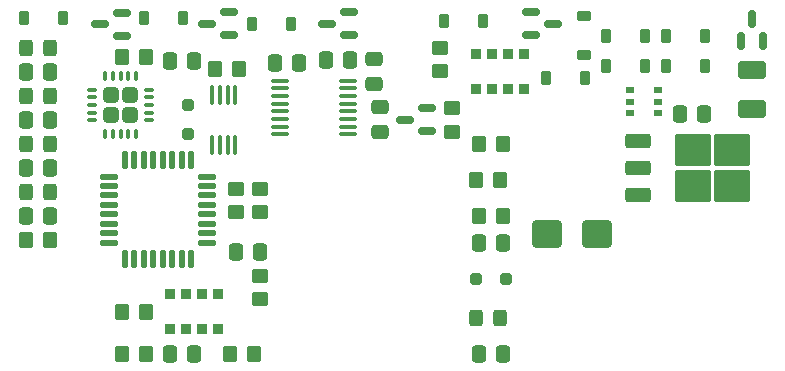
<source format=gbr>
%TF.GenerationSoftware,KiCad,Pcbnew,7.0.11+dfsg-1build4*%
%TF.CreationDate,2025-07-11T21:35:19+02:00*%
%TF.ProjectId,ParaPRZEKAZNIK,50617261-5052-45a4-954b-415a4e494b2e,rev?*%
%TF.SameCoordinates,Original*%
%TF.FileFunction,Paste,Top*%
%TF.FilePolarity,Positive*%
%FSLAX46Y46*%
G04 Gerber Fmt 4.6, Leading zero omitted, Abs format (unit mm)*
G04 Created by KiCad (PCBNEW 7.0.11+dfsg-1build4) date 2025-07-11 21:35:19*
%MOMM*%
%LPD*%
G01*
G04 APERTURE LIST*
G04 Aperture macros list*
%AMRoundRect*
0 Rectangle with rounded corners*
0 $1 Rounding radius*
0 $2 $3 $4 $5 $6 $7 $8 $9 X,Y pos of 4 corners*
0 Add a 4 corners polygon primitive as box body*
4,1,4,$2,$3,$4,$5,$6,$7,$8,$9,$2,$3,0*
0 Add four circle primitives for the rounded corners*
1,1,$1+$1,$2,$3*
1,1,$1+$1,$4,$5*
1,1,$1+$1,$6,$7*
1,1,$1+$1,$8,$9*
0 Add four rect primitives between the rounded corners*
20,1,$1+$1,$2,$3,$4,$5,0*
20,1,$1+$1,$4,$5,$6,$7,0*
20,1,$1+$1,$6,$7,$8,$9,0*
20,1,$1+$1,$8,$9,$2,$3,0*%
G04 Aperture macros list end*
%ADD10RoundRect,0.250000X0.337500X0.475000X-0.337500X0.475000X-0.337500X-0.475000X0.337500X-0.475000X0*%
%ADD11RoundRect,0.225000X-0.225000X-0.375000X0.225000X-0.375000X0.225000X0.375000X-0.225000X0.375000X0*%
%ADD12RoundRect,0.250000X-0.250000X-0.250000X0.250000X-0.250000X0.250000X0.250000X-0.250000X0.250000X0*%
%ADD13RoundRect,0.250000X-0.350000X-0.450000X0.350000X-0.450000X0.350000X0.450000X-0.350000X0.450000X0*%
%ADD14RoundRect,0.250000X-0.325000X-0.450000X0.325000X-0.450000X0.325000X0.450000X-0.325000X0.450000X0*%
%ADD15RoundRect,0.250000X-0.337500X-0.475000X0.337500X-0.475000X0.337500X0.475000X-0.337500X0.475000X0*%
%ADD16RoundRect,0.150000X0.587500X0.150000X-0.587500X0.150000X-0.587500X-0.150000X0.587500X-0.150000X0*%
%ADD17R,0.900000X0.900000*%
%ADD18RoundRect,0.100000X0.100000X-0.712500X0.100000X0.712500X-0.100000X0.712500X-0.100000X-0.712500X0*%
%ADD19RoundRect,0.250000X0.350000X0.450000X-0.350000X0.450000X-0.350000X-0.450000X0.350000X-0.450000X0*%
%ADD20RoundRect,0.250000X0.475000X-0.337500X0.475000X0.337500X-0.475000X0.337500X-0.475000X-0.337500X0*%
%ADD21RoundRect,0.250000X0.450000X-0.350000X0.450000X0.350000X-0.450000X0.350000X-0.450000X-0.350000X0*%
%ADD22RoundRect,0.250000X-0.850000X-0.350000X0.850000X-0.350000X0.850000X0.350000X-0.850000X0.350000X0*%
%ADD23RoundRect,0.250000X-1.275000X-1.125000X1.275000X-1.125000X1.275000X1.125000X-1.275000X1.125000X0*%
%ADD24RoundRect,0.250000X-0.450000X0.350000X-0.450000X-0.350000X0.450000X-0.350000X0.450000X0.350000X0*%
%ADD25RoundRect,0.100000X0.637500X0.100000X-0.637500X0.100000X-0.637500X-0.100000X0.637500X-0.100000X0*%
%ADD26RoundRect,0.150000X0.150000X-0.587500X0.150000X0.587500X-0.150000X0.587500X-0.150000X-0.587500X0*%
%ADD27RoundRect,0.225000X0.225000X0.375000X-0.225000X0.375000X-0.225000X-0.375000X0.225000X-0.375000X0*%
%ADD28RoundRect,0.225000X0.375000X-0.225000X0.375000X0.225000X-0.375000X0.225000X-0.375000X-0.225000X0*%
%ADD29R,0.700000X0.510000*%
%ADD30RoundRect,0.150000X-0.587500X-0.150000X0.587500X-0.150000X0.587500X0.150000X-0.587500X0.150000X0*%
%ADD31RoundRect,0.250000X-0.405000X0.405000X-0.405000X-0.405000X0.405000X-0.405000X0.405000X0.405000X0*%
%ADD32RoundRect,0.075000X-0.075000X0.337500X-0.075000X-0.337500X0.075000X-0.337500X0.075000X0.337500X0*%
%ADD33RoundRect,0.075000X-0.337500X0.075000X-0.337500X-0.075000X0.337500X-0.075000X0.337500X0.075000X0*%
%ADD34RoundRect,0.250001X0.924999X-0.499999X0.924999X0.499999X-0.924999X0.499999X-0.924999X-0.499999X0*%
%ADD35RoundRect,0.125000X0.625000X0.125000X-0.625000X0.125000X-0.625000X-0.125000X0.625000X-0.125000X0*%
%ADD36RoundRect,0.125000X0.125000X0.625000X-0.125000X0.625000X-0.125000X-0.625000X0.125000X-0.625000X0*%
%ADD37RoundRect,0.250000X0.250000X-0.250000X0.250000X0.250000X-0.250000X0.250000X-0.250000X-0.250000X0*%
%ADD38RoundRect,0.250000X-1.000000X-0.900000X1.000000X-0.900000X1.000000X0.900000X-1.000000X0.900000X0*%
G04 APERTURE END LIST*
D10*
%TO.C,C16*%
X64283500Y-54102000D03*
X62208500Y-54102000D03*
%TD*%
D11*
%TO.C,D11*%
X51182000Y-50292000D03*
X54482000Y-50292000D03*
%TD*%
%TO.C,D10*%
X41022000Y-50292000D03*
X44322000Y-50292000D03*
%TD*%
D12*
%TO.C,D3*%
X79268000Y-72390000D03*
X81768000Y-72390000D03*
%TD*%
D13*
%TO.C,R2*%
X57166000Y-54610000D03*
X59166000Y-54610000D03*
%TD*%
D14*
%TO.C,L5*%
X79239000Y-75692000D03*
X81289000Y-75692000D03*
%TD*%
D15*
%TO.C,C11*%
X79480500Y-69342000D03*
X81555500Y-69342000D03*
%TD*%
D14*
%TO.C,L4*%
X41139000Y-65024000D03*
X43189000Y-65024000D03*
%TD*%
D16*
%TO.C,Q2*%
X49276000Y-51816000D03*
X49276000Y-49916000D03*
X47401000Y-50866000D03*
%TD*%
D17*
%TO.C,RN2*%
X79280000Y-56364000D03*
X80620000Y-56364000D03*
X81940000Y-56364000D03*
X83280000Y-56364000D03*
X83280000Y-53364000D03*
X81940000Y-53364000D03*
X80620000Y-53364000D03*
X79280000Y-53364000D03*
%TD*%
D18*
%TO.C,U2*%
X56937000Y-61040500D03*
X57587000Y-61040500D03*
X58237000Y-61040500D03*
X58887000Y-61040500D03*
X58887000Y-56815500D03*
X58237000Y-56815500D03*
X57587000Y-56815500D03*
X56937000Y-56815500D03*
%TD*%
D19*
%TO.C,R3*%
X60436000Y-78740000D03*
X58436000Y-78740000D03*
%TD*%
D17*
%TO.C,RN1*%
X57372000Y-73684000D03*
X56032000Y-73684000D03*
X54712000Y-73684000D03*
X53372000Y-73684000D03*
X53372000Y-76684000D03*
X54712000Y-76684000D03*
X56032000Y-76684000D03*
X57372000Y-76684000D03*
%TD*%
D19*
%TO.C,R8*%
X81264000Y-64008000D03*
X79264000Y-64008000D03*
%TD*%
D20*
%TO.C,C12*%
X71120000Y-59965500D03*
X71120000Y-57890500D03*
%TD*%
D21*
%TO.C,R12*%
X60960000Y-74152000D03*
X60960000Y-72152000D03*
%TD*%
D11*
%TO.C,D12*%
X60326000Y-50800000D03*
X63626000Y-50800000D03*
%TD*%
D19*
%TO.C,R9*%
X81518000Y-60960000D03*
X79518000Y-60960000D03*
%TD*%
D22*
%TO.C,U5*%
X92964000Y-60712000D03*
X92964000Y-62992000D03*
D23*
X97589000Y-61467000D03*
X97589000Y-64517000D03*
X100939000Y-61467000D03*
X100939000Y-64517000D03*
D22*
X92964000Y-65272000D03*
%TD*%
D24*
%TO.C,R5*%
X58928000Y-64786000D03*
X58928000Y-66786000D03*
%TD*%
D25*
%TO.C,U3*%
X68394500Y-60187000D03*
X68394500Y-59537000D03*
X68394500Y-58887000D03*
X68394500Y-58237000D03*
X68394500Y-57587000D03*
X68394500Y-56937000D03*
X68394500Y-56287000D03*
X68394500Y-55637000D03*
X62669500Y-55637000D03*
X62669500Y-56287000D03*
X62669500Y-56937000D03*
X62669500Y-57587000D03*
X62669500Y-58237000D03*
X62669500Y-58887000D03*
X62669500Y-59537000D03*
X62669500Y-60187000D03*
%TD*%
D26*
%TO.C,Q6*%
X101666000Y-52245500D03*
X103566000Y-52245500D03*
X102616000Y-50370500D03*
%TD*%
D11*
%TO.C,D6*%
X90298000Y-54356000D03*
X93598000Y-54356000D03*
%TD*%
D24*
%TO.C,R13*%
X76200000Y-52848000D03*
X76200000Y-54848000D03*
%TD*%
D15*
%TO.C,C17*%
X96498500Y-58420000D03*
X98573500Y-58420000D03*
%TD*%
D27*
%TO.C,D5*%
X98678000Y-54356000D03*
X95378000Y-54356000D03*
%TD*%
D28*
%TO.C,D14*%
X88392000Y-53466000D03*
X88392000Y-50166000D03*
%TD*%
D11*
%TO.C,D13*%
X76582000Y-50546000D03*
X79882000Y-50546000D03*
%TD*%
D15*
%TO.C,C1*%
X41126500Y-54864000D03*
X43201500Y-54864000D03*
%TD*%
D13*
%TO.C,R10*%
X49292000Y-75184000D03*
X51292000Y-75184000D03*
%TD*%
D11*
%TO.C,D9*%
X85218000Y-55372000D03*
X88518000Y-55372000D03*
%TD*%
D29*
%TO.C,U6*%
X92312000Y-56454000D03*
X92312000Y-57404000D03*
X92312000Y-58354000D03*
X94632000Y-58354000D03*
X94632000Y-57404000D03*
X94632000Y-56454000D03*
%TD*%
D30*
%TO.C,Q5*%
X83898500Y-49850000D03*
X83898500Y-51750000D03*
X85773500Y-50800000D03*
%TD*%
D15*
%TO.C,C6*%
X41126500Y-67056000D03*
X43201500Y-67056000D03*
%TD*%
%TO.C,C4*%
X41126500Y-62992000D03*
X43201500Y-62992000D03*
%TD*%
D31*
%TO.C,U1*%
X49983500Y-56878000D03*
X48363500Y-56878000D03*
X49983500Y-58498000D03*
X48363500Y-58498000D03*
D32*
X50473500Y-55250500D03*
X49823500Y-55250500D03*
X49173500Y-55250500D03*
X48523500Y-55250500D03*
X47873500Y-55250500D03*
D33*
X46736000Y-56388000D03*
X46736000Y-57038000D03*
X46736000Y-57688000D03*
X46736000Y-58338000D03*
X46736000Y-58988000D03*
D32*
X47873500Y-60125500D03*
X48523500Y-60125500D03*
X49173500Y-60125500D03*
X49823500Y-60125500D03*
X50473500Y-60125500D03*
D33*
X51611000Y-58988000D03*
X51611000Y-58338000D03*
X51611000Y-57688000D03*
X51611000Y-57038000D03*
X51611000Y-56388000D03*
%TD*%
D11*
%TO.C,D8*%
X95378000Y-51816000D03*
X98678000Y-51816000D03*
%TD*%
D15*
%TO.C,C5*%
X66526500Y-53848000D03*
X68601500Y-53848000D03*
%TD*%
D16*
%TO.C,Q1*%
X75105500Y-59878000D03*
X75105500Y-57978000D03*
X73230500Y-58928000D03*
%TD*%
D21*
%TO.C,R6*%
X60960000Y-66786000D03*
X60960000Y-64786000D03*
%TD*%
D14*
%TO.C,L3*%
X41139000Y-56896000D03*
X43189000Y-56896000D03*
%TD*%
D10*
%TO.C,C13*%
X81555500Y-78740000D03*
X79480500Y-78740000D03*
%TD*%
D13*
%TO.C,R11*%
X41164000Y-69088000D03*
X43164000Y-69088000D03*
%TD*%
D34*
%TO.C,C18*%
X102616000Y-58013000D03*
X102616000Y-54763000D03*
%TD*%
D14*
%TO.C,L2*%
X41139000Y-60960000D03*
X43189000Y-60960000D03*
%TD*%
D19*
%TO.C,R14*%
X51292000Y-53594000D03*
X49292000Y-53594000D03*
%TD*%
D10*
%TO.C,C8*%
X55393500Y-78740000D03*
X53318500Y-78740000D03*
%TD*%
D35*
%TO.C,U4*%
X56499000Y-69348000D03*
X56499000Y-68548000D03*
X56499000Y-67748000D03*
X56499000Y-66948000D03*
X56499000Y-66148000D03*
X56499000Y-65348000D03*
X56499000Y-64548000D03*
X56499000Y-63748000D03*
D36*
X55124000Y-62373000D03*
X54324000Y-62373000D03*
X53524000Y-62373000D03*
X52724000Y-62373000D03*
X51924000Y-62373000D03*
X51124000Y-62373000D03*
X50324000Y-62373000D03*
X49524000Y-62373000D03*
D35*
X48149000Y-63748000D03*
X48149000Y-64548000D03*
X48149000Y-65348000D03*
X48149000Y-66148000D03*
X48149000Y-66948000D03*
X48149000Y-67748000D03*
X48149000Y-68548000D03*
X48149000Y-69348000D03*
D36*
X49524000Y-70723000D03*
X50324000Y-70723000D03*
X51124000Y-70723000D03*
X51924000Y-70723000D03*
X52724000Y-70723000D03*
X53524000Y-70723000D03*
X54324000Y-70723000D03*
X55124000Y-70723000D03*
%TD*%
D21*
%TO.C,R4*%
X77216000Y-59944000D03*
X77216000Y-57944000D03*
%TD*%
D15*
%TO.C,C2*%
X41126500Y-58928000D03*
X43201500Y-58928000D03*
%TD*%
D16*
%TO.C,Q4*%
X68501500Y-51750000D03*
X68501500Y-49850000D03*
X66626500Y-50800000D03*
%TD*%
D37*
%TO.C,D2*%
X54864000Y-60178000D03*
X54864000Y-57678000D03*
%TD*%
D13*
%TO.C,R1*%
X49292000Y-78740000D03*
X51292000Y-78740000D03*
%TD*%
D10*
%TO.C,C9*%
X60981500Y-70104000D03*
X58906500Y-70104000D03*
%TD*%
D20*
%TO.C,C7*%
X70612000Y-55901500D03*
X70612000Y-53826500D03*
%TD*%
D38*
%TO.C,D1*%
X85226000Y-68580000D03*
X89526000Y-68580000D03*
%TD*%
D16*
%TO.C,Q3*%
X58341500Y-51750000D03*
X58341500Y-49850000D03*
X56466500Y-50800000D03*
%TD*%
D11*
%TO.C,D7*%
X90298000Y-51816000D03*
X93598000Y-51816000D03*
%TD*%
D10*
%TO.C,C15*%
X55393500Y-53975000D03*
X53318500Y-53975000D03*
%TD*%
D14*
%TO.C,L1*%
X41148000Y-52832000D03*
X43198000Y-52832000D03*
%TD*%
D19*
%TO.C,R7*%
X81518000Y-67056000D03*
X79518000Y-67056000D03*
%TD*%
M02*

</source>
